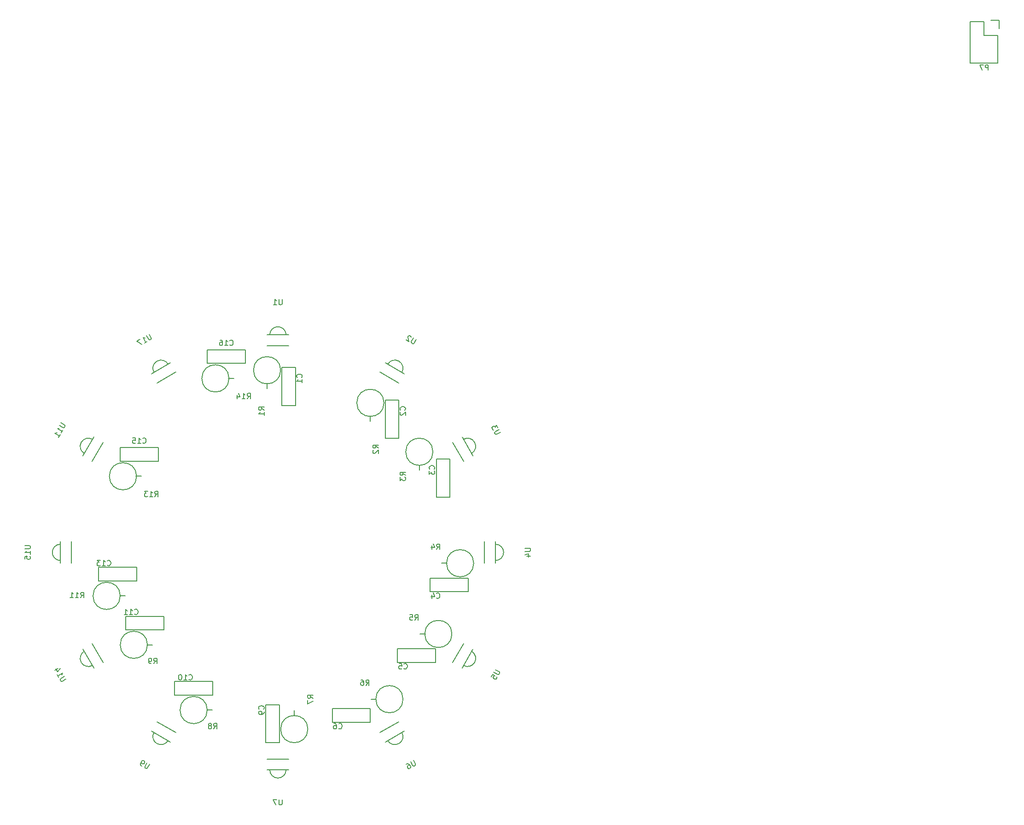
<source format=gbo>
G04 #@! TF.FileFunction,Legend,Bot*
%FSLAX46Y46*%
G04 Gerber Fmt 4.6, Leading zero omitted, Abs format (unit mm)*
G04 Created by KiCad (PCBNEW 4.0.1-stable) date 2016/11/10 21:26:33*
%MOMM*%
G01*
G04 APERTURE LIST*
%ADD10C,0.100000*%
%ADD11C,0.150000*%
%ADD12C,3.200000*%
%ADD13C,2.200000*%
%ADD14R,2.032000X1.727200*%
%ADD15O,2.032000X1.727200*%
%ADD16R,2.032000X2.032000*%
%ADD17O,2.032000X2.032000*%
%ADD18R,1.727200X1.727200*%
%ADD19O,1.727200X1.727200*%
%ADD20C,1.300000*%
%ADD21R,1.300000X1.300000*%
%ADD22R,2.000000X2.000000*%
%ADD23C,2.000000*%
%ADD24R,2.950000X2.950000*%
%ADD25C,2.950000*%
%ADD26C,1.998980*%
%ADD27C,1.510000*%
%ADD28R,1.510000X1.510000*%
%ADD29C,1.524000*%
%ADD30R,1.727200X2.032000*%
%ADD31O,1.727200X2.032000*%
%ADD32C,4.000000*%
%ADD33R,1.998980X1.998980*%
%ADD34C,1.600000*%
G04 APERTURE END LIST*
D10*
D11*
X255750000Y-193500000D02*
X255750000Y-186500000D01*
X255750000Y-186500000D02*
X253250000Y-186500000D01*
X253250000Y-186500000D02*
X253250000Y-193500000D01*
X253250000Y-193500000D02*
X255750000Y-193500000D01*
X274750000Y-199500000D02*
X274750000Y-192500000D01*
X274750000Y-192500000D02*
X272250000Y-192500000D01*
X272250000Y-192500000D02*
X272250000Y-199500000D01*
X272250000Y-199500000D02*
X274750000Y-199500000D01*
X284125000Y-210340000D02*
X284125000Y-203340000D01*
X284125000Y-203340000D02*
X281625000Y-203340000D01*
X281625000Y-203340000D02*
X281625000Y-210340000D01*
X281625000Y-210340000D02*
X284125000Y-210340000D01*
X280500000Y-227750000D02*
X287500000Y-227750000D01*
X287500000Y-227750000D02*
X287500000Y-225250000D01*
X287500000Y-225250000D02*
X280500000Y-225250000D01*
X280500000Y-225250000D02*
X280500000Y-227750000D01*
X274500000Y-240750000D02*
X281500000Y-240750000D01*
X281500000Y-240750000D02*
X281500000Y-238250000D01*
X281500000Y-238250000D02*
X274500000Y-238250000D01*
X274500000Y-238250000D02*
X274500000Y-240750000D01*
X262500000Y-251750000D02*
X269500000Y-251750000D01*
X269500000Y-251750000D02*
X269500000Y-249250000D01*
X269500000Y-249250000D02*
X262500000Y-249250000D01*
X262500000Y-249250000D02*
X262500000Y-251750000D01*
X250250000Y-248500000D02*
X250250000Y-255500000D01*
X250250000Y-255500000D02*
X252750000Y-255500000D01*
X252750000Y-255500000D02*
X252750000Y-248500000D01*
X252750000Y-248500000D02*
X250250000Y-248500000D01*
X240500000Y-244250000D02*
X233500000Y-244250000D01*
X233500000Y-244250000D02*
X233500000Y-246750000D01*
X233500000Y-246750000D02*
X240500000Y-246750000D01*
X240500000Y-246750000D02*
X240500000Y-244250000D01*
X231500000Y-232250000D02*
X224500000Y-232250000D01*
X224500000Y-232250000D02*
X224500000Y-234750000D01*
X224500000Y-234750000D02*
X231500000Y-234750000D01*
X231500000Y-234750000D02*
X231500000Y-232250000D01*
X226500000Y-223250000D02*
X219500000Y-223250000D01*
X219500000Y-223250000D02*
X219500000Y-225750000D01*
X219500000Y-225750000D02*
X226500000Y-225750000D01*
X226500000Y-225750000D02*
X226500000Y-223250000D01*
X230500000Y-201250000D02*
X223500000Y-201250000D01*
X223500000Y-201250000D02*
X223500000Y-203750000D01*
X223500000Y-203750000D02*
X230500000Y-203750000D01*
X230500000Y-203750000D02*
X230500000Y-201250000D01*
X246500000Y-183250000D02*
X239500000Y-183250000D01*
X239500000Y-183250000D02*
X239500000Y-185750000D01*
X239500000Y-185750000D02*
X246500000Y-185750000D01*
X246500000Y-185750000D02*
X246500000Y-183250000D01*
X250500000Y-189400940D02*
X250500000Y-190401700D01*
X252999360Y-187000640D02*
G75*
G03X252999360Y-187000640I-2499360J0D01*
G01*
X269500000Y-195400940D02*
X269500000Y-196401700D01*
X271999360Y-193000640D02*
G75*
G03X271999360Y-193000640I-2499360J0D01*
G01*
X278500000Y-204400940D02*
X278500000Y-205401700D01*
X280999360Y-202000640D02*
G75*
G03X280999360Y-202000640I-2499360J0D01*
G01*
X283599060Y-222500000D02*
X282598300Y-222500000D01*
X288498720Y-222500000D02*
G75*
G03X288498720Y-222500000I-2499360J0D01*
G01*
X279599060Y-235500000D02*
X278598300Y-235500000D01*
X284498720Y-235500000D02*
G75*
G03X284498720Y-235500000I-2499360J0D01*
G01*
X270599060Y-247500000D02*
X269598300Y-247500000D01*
X275498720Y-247500000D02*
G75*
G03X275498720Y-247500000I-2499360J0D01*
G01*
X255500000Y-250599060D02*
X255500000Y-249598300D01*
X257999360Y-252999360D02*
G75*
G03X257999360Y-252999360I-2499360J0D01*
G01*
X239400940Y-249500000D02*
X240401700Y-249500000D01*
X239500000Y-249500000D02*
G75*
G03X239500000Y-249500000I-2499360J0D01*
G01*
X228400940Y-237500000D02*
X229401700Y-237500000D01*
X228500000Y-237500000D02*
G75*
G03X228500000Y-237500000I-2499360J0D01*
G01*
X223400940Y-228500000D02*
X224401700Y-228500000D01*
X223500000Y-228500000D02*
G75*
G03X223500000Y-228500000I-2499360J0D01*
G01*
X226400940Y-206500000D02*
X227401700Y-206500000D01*
X226500000Y-206500000D02*
G75*
G03X226500000Y-206500000I-2499360J0D01*
G01*
X243400940Y-188500000D02*
X244401700Y-188500000D01*
X243500000Y-188500000D02*
G75*
G03X243500000Y-188500000I-2499360J0D01*
G01*
X254500000Y-182500000D02*
X250500000Y-182500000D01*
X254500000Y-180500000D02*
X250500000Y-180500000D01*
X252500000Y-179000000D02*
G75*
G02X254000000Y-180500000I0J-1500000D01*
G01*
X251000000Y-180500000D02*
G75*
G02X252500000Y-179000000I1500000J0D01*
G01*
X274732051Y-189366025D02*
X271267949Y-187366025D01*
X275732051Y-187633975D02*
X272267949Y-185633975D01*
X274750000Y-185334937D02*
G75*
G02X275299038Y-187383975I-750000J-1299038D01*
G01*
X272700961Y-185883975D02*
G75*
G02X274750000Y-185334936I1299039J-750000D01*
G01*
X286633975Y-203732051D02*
X284633975Y-200267949D01*
X288366025Y-202732051D02*
X286366025Y-199267949D01*
X288665063Y-200250000D02*
G75*
G02X288116025Y-202299038I-1299038J-750000D01*
G01*
X286616025Y-199700961D02*
G75*
G02X288665064Y-200250000I750000J-1299039D01*
G01*
X290500000Y-222500000D02*
X290500000Y-218500000D01*
X292500000Y-222500000D02*
X292500000Y-218500000D01*
X294000000Y-220500000D02*
G75*
G02X292500000Y-222000000I-1500000J0D01*
G01*
X292500000Y-219000000D02*
G75*
G02X294000000Y-220500000I0J-1500000D01*
G01*
X284633975Y-240732051D02*
X286633975Y-237267949D01*
X286366025Y-241732051D02*
X288366025Y-238267949D01*
X288665063Y-240750000D02*
G75*
G02X286616025Y-241299038I-1299038J750000D01*
G01*
X288116025Y-238700961D02*
G75*
G02X288665064Y-240750000I-750000J-1299039D01*
G01*
X271267949Y-253633975D02*
X274732051Y-251633975D01*
X272267949Y-255366025D02*
X275732051Y-253366025D01*
X274750000Y-255665063D02*
G75*
G02X272700962Y-255116025I-750000J1299038D01*
G01*
X275299039Y-253616025D02*
G75*
G02X274750000Y-255665064I-1299039J-750000D01*
G01*
X250500000Y-258500000D02*
X254500000Y-258500000D01*
X250500000Y-260500000D02*
X254500000Y-260500000D01*
X252500000Y-262000000D02*
G75*
G02X251000000Y-260500000I0J1500000D01*
G01*
X254000000Y-260500000D02*
G75*
G02X252500000Y-262000000I-1500000J0D01*
G01*
X230267949Y-251633975D02*
X233732051Y-253633975D01*
X229267949Y-253366025D02*
X232732051Y-255366025D01*
X230250000Y-255665063D02*
G75*
G02X229700962Y-253616025I750000J1299038D01*
G01*
X232299039Y-255116025D02*
G75*
G02X230250000Y-255665064I-1299039J750000D01*
G01*
X218366025Y-237267949D02*
X220366025Y-240732051D01*
X216633975Y-238267949D02*
X218633975Y-241732051D01*
X216334937Y-240750000D02*
G75*
G02X216883975Y-238700962I1299038J750000D01*
G01*
X218383975Y-241299039D02*
G75*
G02X216334936Y-240750000I-750000J1299039D01*
G01*
X214500000Y-218500000D02*
X214500000Y-222500000D01*
X212500000Y-218500000D02*
X212500000Y-222500000D01*
X211000000Y-220500000D02*
G75*
G02X212500000Y-219000000I1500000J0D01*
G01*
X212500000Y-222000000D02*
G75*
G02X211000000Y-220500000I0J1500000D01*
G01*
X220366025Y-200267949D02*
X218366025Y-203732051D01*
X218633975Y-199267949D02*
X216633975Y-202732051D01*
X216334937Y-200250000D02*
G75*
G02X218383975Y-199700962I1299038J-750000D01*
G01*
X216883975Y-202299039D02*
G75*
G02X216334936Y-200250000I750000J1299039D01*
G01*
X233732051Y-187366025D02*
X230267949Y-189366025D01*
X232732051Y-185633975D02*
X229267949Y-187633975D01*
X230250000Y-185334937D02*
G75*
G02X232299038Y-185883975I750000J-1299038D01*
G01*
X229700961Y-187383975D02*
G75*
G02X230250000Y-185334936I1299039J750000D01*
G01*
X384850000Y-125440000D02*
X384850000Y-130520000D01*
X385130000Y-122620000D02*
X383580000Y-122620000D01*
X382310000Y-122900000D02*
X382310000Y-125440000D01*
X382310000Y-125440000D02*
X384850000Y-125440000D01*
X384850000Y-130520000D02*
X379770000Y-130520000D01*
X379770000Y-130520000D02*
X379770000Y-125440000D01*
X385130000Y-122620000D02*
X385130000Y-124170000D01*
X379770000Y-122900000D02*
X382310000Y-122900000D01*
X379770000Y-125440000D02*
X379770000Y-122900000D01*
X256857143Y-188333334D02*
X256904762Y-188285715D01*
X256952381Y-188142858D01*
X256952381Y-188047620D01*
X256904762Y-187904762D01*
X256809524Y-187809524D01*
X256714286Y-187761905D01*
X256523810Y-187714286D01*
X256380952Y-187714286D01*
X256190476Y-187761905D01*
X256095238Y-187809524D01*
X256000000Y-187904762D01*
X255952381Y-188047620D01*
X255952381Y-188142858D01*
X256000000Y-188285715D01*
X256047619Y-188333334D01*
X256952381Y-189285715D02*
X256952381Y-188714286D01*
X256952381Y-189000000D02*
X255952381Y-189000000D01*
X256095238Y-188904762D01*
X256190476Y-188809524D01*
X256238095Y-188714286D01*
X275857143Y-194333334D02*
X275904762Y-194285715D01*
X275952381Y-194142858D01*
X275952381Y-194047620D01*
X275904762Y-193904762D01*
X275809524Y-193809524D01*
X275714286Y-193761905D01*
X275523810Y-193714286D01*
X275380952Y-193714286D01*
X275190476Y-193761905D01*
X275095238Y-193809524D01*
X275000000Y-193904762D01*
X274952381Y-194047620D01*
X274952381Y-194142858D01*
X275000000Y-194285715D01*
X275047619Y-194333334D01*
X275047619Y-194714286D02*
X275000000Y-194761905D01*
X274952381Y-194857143D01*
X274952381Y-195095239D01*
X275000000Y-195190477D01*
X275047619Y-195238096D01*
X275142857Y-195285715D01*
X275238095Y-195285715D01*
X275380952Y-195238096D01*
X275952381Y-194666667D01*
X275952381Y-195285715D01*
X281232143Y-205173334D02*
X281279762Y-205125715D01*
X281327381Y-204982858D01*
X281327381Y-204887620D01*
X281279762Y-204744762D01*
X281184524Y-204649524D01*
X281089286Y-204601905D01*
X280898810Y-204554286D01*
X280755952Y-204554286D01*
X280565476Y-204601905D01*
X280470238Y-204649524D01*
X280375000Y-204744762D01*
X280327381Y-204887620D01*
X280327381Y-204982858D01*
X280375000Y-205125715D01*
X280422619Y-205173334D01*
X280327381Y-205506667D02*
X280327381Y-206125715D01*
X280708333Y-205792381D01*
X280708333Y-205935239D01*
X280755952Y-206030477D01*
X280803571Y-206078096D01*
X280898810Y-206125715D01*
X281136905Y-206125715D01*
X281232143Y-206078096D01*
X281279762Y-206030477D01*
X281327381Y-205935239D01*
X281327381Y-205649524D01*
X281279762Y-205554286D01*
X281232143Y-205506667D01*
X281666666Y-228857143D02*
X281714285Y-228904762D01*
X281857142Y-228952381D01*
X281952380Y-228952381D01*
X282095238Y-228904762D01*
X282190476Y-228809524D01*
X282238095Y-228714286D01*
X282285714Y-228523810D01*
X282285714Y-228380952D01*
X282238095Y-228190476D01*
X282190476Y-228095238D01*
X282095238Y-228000000D01*
X281952380Y-227952381D01*
X281857142Y-227952381D01*
X281714285Y-228000000D01*
X281666666Y-228047619D01*
X280809523Y-228285714D02*
X280809523Y-228952381D01*
X281047619Y-227904762D02*
X281285714Y-228619048D01*
X280666666Y-228619048D01*
X275666666Y-241857143D02*
X275714285Y-241904762D01*
X275857142Y-241952381D01*
X275952380Y-241952381D01*
X276095238Y-241904762D01*
X276190476Y-241809524D01*
X276238095Y-241714286D01*
X276285714Y-241523810D01*
X276285714Y-241380952D01*
X276238095Y-241190476D01*
X276190476Y-241095238D01*
X276095238Y-241000000D01*
X275952380Y-240952381D01*
X275857142Y-240952381D01*
X275714285Y-241000000D01*
X275666666Y-241047619D01*
X274761904Y-240952381D02*
X275238095Y-240952381D01*
X275285714Y-241428571D01*
X275238095Y-241380952D01*
X275142857Y-241333333D01*
X274904761Y-241333333D01*
X274809523Y-241380952D01*
X274761904Y-241428571D01*
X274714285Y-241523810D01*
X274714285Y-241761905D01*
X274761904Y-241857143D01*
X274809523Y-241904762D01*
X274904761Y-241952381D01*
X275142857Y-241952381D01*
X275238095Y-241904762D01*
X275285714Y-241857143D01*
X263666666Y-252857143D02*
X263714285Y-252904762D01*
X263857142Y-252952381D01*
X263952380Y-252952381D01*
X264095238Y-252904762D01*
X264190476Y-252809524D01*
X264238095Y-252714286D01*
X264285714Y-252523810D01*
X264285714Y-252380952D01*
X264238095Y-252190476D01*
X264190476Y-252095238D01*
X264095238Y-252000000D01*
X263952380Y-251952381D01*
X263857142Y-251952381D01*
X263714285Y-252000000D01*
X263666666Y-252047619D01*
X262809523Y-251952381D02*
X263000000Y-251952381D01*
X263095238Y-252000000D01*
X263142857Y-252047619D01*
X263238095Y-252190476D01*
X263285714Y-252380952D01*
X263285714Y-252761905D01*
X263238095Y-252857143D01*
X263190476Y-252904762D01*
X263095238Y-252952381D01*
X262904761Y-252952381D01*
X262809523Y-252904762D01*
X262761904Y-252857143D01*
X262714285Y-252761905D01*
X262714285Y-252523810D01*
X262761904Y-252428571D01*
X262809523Y-252380952D01*
X262904761Y-252333333D01*
X263095238Y-252333333D01*
X263190476Y-252380952D01*
X263238095Y-252428571D01*
X263285714Y-252523810D01*
X249857143Y-249333334D02*
X249904762Y-249285715D01*
X249952381Y-249142858D01*
X249952381Y-249047620D01*
X249904762Y-248904762D01*
X249809524Y-248809524D01*
X249714286Y-248761905D01*
X249523810Y-248714286D01*
X249380952Y-248714286D01*
X249190476Y-248761905D01*
X249095238Y-248809524D01*
X249000000Y-248904762D01*
X248952381Y-249047620D01*
X248952381Y-249142858D01*
X249000000Y-249285715D01*
X249047619Y-249333334D01*
X249952381Y-249809524D02*
X249952381Y-250000000D01*
X249904762Y-250095239D01*
X249857143Y-250142858D01*
X249714286Y-250238096D01*
X249523810Y-250285715D01*
X249142857Y-250285715D01*
X249047619Y-250238096D01*
X249000000Y-250190477D01*
X248952381Y-250095239D01*
X248952381Y-249904762D01*
X249000000Y-249809524D01*
X249047619Y-249761905D01*
X249142857Y-249714286D01*
X249380952Y-249714286D01*
X249476190Y-249761905D01*
X249523810Y-249809524D01*
X249571429Y-249904762D01*
X249571429Y-250095239D01*
X249523810Y-250190477D01*
X249476190Y-250238096D01*
X249380952Y-250285715D01*
X236142857Y-243857143D02*
X236190476Y-243904762D01*
X236333333Y-243952381D01*
X236428571Y-243952381D01*
X236571429Y-243904762D01*
X236666667Y-243809524D01*
X236714286Y-243714286D01*
X236761905Y-243523810D01*
X236761905Y-243380952D01*
X236714286Y-243190476D01*
X236666667Y-243095238D01*
X236571429Y-243000000D01*
X236428571Y-242952381D01*
X236333333Y-242952381D01*
X236190476Y-243000000D01*
X236142857Y-243047619D01*
X235190476Y-243952381D02*
X235761905Y-243952381D01*
X235476191Y-243952381D02*
X235476191Y-242952381D01*
X235571429Y-243095238D01*
X235666667Y-243190476D01*
X235761905Y-243238095D01*
X234571429Y-242952381D02*
X234476190Y-242952381D01*
X234380952Y-243000000D01*
X234333333Y-243047619D01*
X234285714Y-243142857D01*
X234238095Y-243333333D01*
X234238095Y-243571429D01*
X234285714Y-243761905D01*
X234333333Y-243857143D01*
X234380952Y-243904762D01*
X234476190Y-243952381D01*
X234571429Y-243952381D01*
X234666667Y-243904762D01*
X234714286Y-243857143D01*
X234761905Y-243761905D01*
X234809524Y-243571429D01*
X234809524Y-243333333D01*
X234761905Y-243142857D01*
X234714286Y-243047619D01*
X234666667Y-243000000D01*
X234571429Y-242952381D01*
X226142857Y-231857143D02*
X226190476Y-231904762D01*
X226333333Y-231952381D01*
X226428571Y-231952381D01*
X226571429Y-231904762D01*
X226666667Y-231809524D01*
X226714286Y-231714286D01*
X226761905Y-231523810D01*
X226761905Y-231380952D01*
X226714286Y-231190476D01*
X226666667Y-231095238D01*
X226571429Y-231000000D01*
X226428571Y-230952381D01*
X226333333Y-230952381D01*
X226190476Y-231000000D01*
X226142857Y-231047619D01*
X225190476Y-231952381D02*
X225761905Y-231952381D01*
X225476191Y-231952381D02*
X225476191Y-230952381D01*
X225571429Y-231095238D01*
X225666667Y-231190476D01*
X225761905Y-231238095D01*
X224238095Y-231952381D02*
X224809524Y-231952381D01*
X224523810Y-231952381D02*
X224523810Y-230952381D01*
X224619048Y-231095238D01*
X224714286Y-231190476D01*
X224809524Y-231238095D01*
X221142857Y-222857143D02*
X221190476Y-222904762D01*
X221333333Y-222952381D01*
X221428571Y-222952381D01*
X221571429Y-222904762D01*
X221666667Y-222809524D01*
X221714286Y-222714286D01*
X221761905Y-222523810D01*
X221761905Y-222380952D01*
X221714286Y-222190476D01*
X221666667Y-222095238D01*
X221571429Y-222000000D01*
X221428571Y-221952381D01*
X221333333Y-221952381D01*
X221190476Y-222000000D01*
X221142857Y-222047619D01*
X220190476Y-222952381D02*
X220761905Y-222952381D01*
X220476191Y-222952381D02*
X220476191Y-221952381D01*
X220571429Y-222095238D01*
X220666667Y-222190476D01*
X220761905Y-222238095D01*
X219857143Y-221952381D02*
X219238095Y-221952381D01*
X219571429Y-222333333D01*
X219428571Y-222333333D01*
X219333333Y-222380952D01*
X219285714Y-222428571D01*
X219238095Y-222523810D01*
X219238095Y-222761905D01*
X219285714Y-222857143D01*
X219333333Y-222904762D01*
X219428571Y-222952381D01*
X219714286Y-222952381D01*
X219809524Y-222904762D01*
X219857143Y-222857143D01*
X227642857Y-200357143D02*
X227690476Y-200404762D01*
X227833333Y-200452381D01*
X227928571Y-200452381D01*
X228071429Y-200404762D01*
X228166667Y-200309524D01*
X228214286Y-200214286D01*
X228261905Y-200023810D01*
X228261905Y-199880952D01*
X228214286Y-199690476D01*
X228166667Y-199595238D01*
X228071429Y-199500000D01*
X227928571Y-199452381D01*
X227833333Y-199452381D01*
X227690476Y-199500000D01*
X227642857Y-199547619D01*
X226690476Y-200452381D02*
X227261905Y-200452381D01*
X226976191Y-200452381D02*
X226976191Y-199452381D01*
X227071429Y-199595238D01*
X227166667Y-199690476D01*
X227261905Y-199738095D01*
X225785714Y-199452381D02*
X226261905Y-199452381D01*
X226309524Y-199928571D01*
X226261905Y-199880952D01*
X226166667Y-199833333D01*
X225928571Y-199833333D01*
X225833333Y-199880952D01*
X225785714Y-199928571D01*
X225738095Y-200023810D01*
X225738095Y-200261905D01*
X225785714Y-200357143D01*
X225833333Y-200404762D01*
X225928571Y-200452381D01*
X226166667Y-200452381D01*
X226261905Y-200404762D01*
X226309524Y-200357143D01*
X243642857Y-182357143D02*
X243690476Y-182404762D01*
X243833333Y-182452381D01*
X243928571Y-182452381D01*
X244071429Y-182404762D01*
X244166667Y-182309524D01*
X244214286Y-182214286D01*
X244261905Y-182023810D01*
X244261905Y-181880952D01*
X244214286Y-181690476D01*
X244166667Y-181595238D01*
X244071429Y-181500000D01*
X243928571Y-181452381D01*
X243833333Y-181452381D01*
X243690476Y-181500000D01*
X243642857Y-181547619D01*
X242690476Y-182452381D02*
X243261905Y-182452381D01*
X242976191Y-182452381D02*
X242976191Y-181452381D01*
X243071429Y-181595238D01*
X243166667Y-181690476D01*
X243261905Y-181738095D01*
X241833333Y-181452381D02*
X242023810Y-181452381D01*
X242119048Y-181500000D01*
X242166667Y-181547619D01*
X242261905Y-181690476D01*
X242309524Y-181880952D01*
X242309524Y-182261905D01*
X242261905Y-182357143D01*
X242214286Y-182404762D01*
X242119048Y-182452381D01*
X241928571Y-182452381D01*
X241833333Y-182404762D01*
X241785714Y-182357143D01*
X241738095Y-182261905D01*
X241738095Y-182023810D01*
X241785714Y-181928571D01*
X241833333Y-181880952D01*
X241928571Y-181833333D01*
X242119048Y-181833333D01*
X242214286Y-181880952D01*
X242261905Y-181928571D01*
X242309524Y-182023810D01*
X249952381Y-194333334D02*
X249476190Y-194000000D01*
X249952381Y-193761905D02*
X248952381Y-193761905D01*
X248952381Y-194142858D01*
X249000000Y-194238096D01*
X249047619Y-194285715D01*
X249142857Y-194333334D01*
X249285714Y-194333334D01*
X249380952Y-194285715D01*
X249428571Y-194238096D01*
X249476190Y-194142858D01*
X249476190Y-193761905D01*
X249952381Y-195285715D02*
X249952381Y-194714286D01*
X249952381Y-195000000D02*
X248952381Y-195000000D01*
X249095238Y-194904762D01*
X249190476Y-194809524D01*
X249238095Y-194714286D01*
X270952381Y-201333334D02*
X270476190Y-201000000D01*
X270952381Y-200761905D02*
X269952381Y-200761905D01*
X269952381Y-201142858D01*
X270000000Y-201238096D01*
X270047619Y-201285715D01*
X270142857Y-201333334D01*
X270285714Y-201333334D01*
X270380952Y-201285715D01*
X270428571Y-201238096D01*
X270476190Y-201142858D01*
X270476190Y-200761905D01*
X270047619Y-201714286D02*
X270000000Y-201761905D01*
X269952381Y-201857143D01*
X269952381Y-202095239D01*
X270000000Y-202190477D01*
X270047619Y-202238096D01*
X270142857Y-202285715D01*
X270238095Y-202285715D01*
X270380952Y-202238096D01*
X270952381Y-201666667D01*
X270952381Y-202285715D01*
X275952381Y-206333334D02*
X275476190Y-206000000D01*
X275952381Y-205761905D02*
X274952381Y-205761905D01*
X274952381Y-206142858D01*
X275000000Y-206238096D01*
X275047619Y-206285715D01*
X275142857Y-206333334D01*
X275285714Y-206333334D01*
X275380952Y-206285715D01*
X275428571Y-206238096D01*
X275476190Y-206142858D01*
X275476190Y-205761905D01*
X274952381Y-206666667D02*
X274952381Y-207285715D01*
X275333333Y-206952381D01*
X275333333Y-207095239D01*
X275380952Y-207190477D01*
X275428571Y-207238096D01*
X275523810Y-207285715D01*
X275761905Y-207285715D01*
X275857143Y-207238096D01*
X275904762Y-207190477D01*
X275952381Y-207095239D01*
X275952381Y-206809524D01*
X275904762Y-206714286D01*
X275857143Y-206666667D01*
X281666666Y-219952381D02*
X282000000Y-219476190D01*
X282238095Y-219952381D02*
X282238095Y-218952381D01*
X281857142Y-218952381D01*
X281761904Y-219000000D01*
X281714285Y-219047619D01*
X281666666Y-219142857D01*
X281666666Y-219285714D01*
X281714285Y-219380952D01*
X281761904Y-219428571D01*
X281857142Y-219476190D01*
X282238095Y-219476190D01*
X280809523Y-219285714D02*
X280809523Y-219952381D01*
X281047619Y-218904762D02*
X281285714Y-219619048D01*
X280666666Y-219619048D01*
X277666666Y-232952381D02*
X278000000Y-232476190D01*
X278238095Y-232952381D02*
X278238095Y-231952381D01*
X277857142Y-231952381D01*
X277761904Y-232000000D01*
X277714285Y-232047619D01*
X277666666Y-232142857D01*
X277666666Y-232285714D01*
X277714285Y-232380952D01*
X277761904Y-232428571D01*
X277857142Y-232476190D01*
X278238095Y-232476190D01*
X276761904Y-231952381D02*
X277238095Y-231952381D01*
X277285714Y-232428571D01*
X277238095Y-232380952D01*
X277142857Y-232333333D01*
X276904761Y-232333333D01*
X276809523Y-232380952D01*
X276761904Y-232428571D01*
X276714285Y-232523810D01*
X276714285Y-232761905D01*
X276761904Y-232857143D01*
X276809523Y-232904762D01*
X276904761Y-232952381D01*
X277142857Y-232952381D01*
X277238095Y-232904762D01*
X277285714Y-232857143D01*
X268666666Y-244952381D02*
X269000000Y-244476190D01*
X269238095Y-244952381D02*
X269238095Y-243952381D01*
X268857142Y-243952381D01*
X268761904Y-244000000D01*
X268714285Y-244047619D01*
X268666666Y-244142857D01*
X268666666Y-244285714D01*
X268714285Y-244380952D01*
X268761904Y-244428571D01*
X268857142Y-244476190D01*
X269238095Y-244476190D01*
X267809523Y-243952381D02*
X268000000Y-243952381D01*
X268095238Y-244000000D01*
X268142857Y-244047619D01*
X268238095Y-244190476D01*
X268285714Y-244380952D01*
X268285714Y-244761905D01*
X268238095Y-244857143D01*
X268190476Y-244904762D01*
X268095238Y-244952381D01*
X267904761Y-244952381D01*
X267809523Y-244904762D01*
X267761904Y-244857143D01*
X267714285Y-244761905D01*
X267714285Y-244523810D01*
X267761904Y-244428571D01*
X267809523Y-244380952D01*
X267904761Y-244333333D01*
X268095238Y-244333333D01*
X268190476Y-244380952D01*
X268238095Y-244428571D01*
X268285714Y-244523810D01*
X258952381Y-247333334D02*
X258476190Y-247000000D01*
X258952381Y-246761905D02*
X257952381Y-246761905D01*
X257952381Y-247142858D01*
X258000000Y-247238096D01*
X258047619Y-247285715D01*
X258142857Y-247333334D01*
X258285714Y-247333334D01*
X258380952Y-247285715D01*
X258428571Y-247238096D01*
X258476190Y-247142858D01*
X258476190Y-246761905D01*
X257952381Y-247666667D02*
X257952381Y-248333334D01*
X258952381Y-247904762D01*
X240666666Y-252952381D02*
X241000000Y-252476190D01*
X241238095Y-252952381D02*
X241238095Y-251952381D01*
X240857142Y-251952381D01*
X240761904Y-252000000D01*
X240714285Y-252047619D01*
X240666666Y-252142857D01*
X240666666Y-252285714D01*
X240714285Y-252380952D01*
X240761904Y-252428571D01*
X240857142Y-252476190D01*
X241238095Y-252476190D01*
X240095238Y-252380952D02*
X240190476Y-252333333D01*
X240238095Y-252285714D01*
X240285714Y-252190476D01*
X240285714Y-252142857D01*
X240238095Y-252047619D01*
X240190476Y-252000000D01*
X240095238Y-251952381D01*
X239904761Y-251952381D01*
X239809523Y-252000000D01*
X239761904Y-252047619D01*
X239714285Y-252142857D01*
X239714285Y-252190476D01*
X239761904Y-252285714D01*
X239809523Y-252333333D01*
X239904761Y-252380952D01*
X240095238Y-252380952D01*
X240190476Y-252428571D01*
X240238095Y-252476190D01*
X240285714Y-252571429D01*
X240285714Y-252761905D01*
X240238095Y-252857143D01*
X240190476Y-252904762D01*
X240095238Y-252952381D01*
X239904761Y-252952381D01*
X239809523Y-252904762D01*
X239761904Y-252857143D01*
X239714285Y-252761905D01*
X239714285Y-252571429D01*
X239761904Y-252476190D01*
X239809523Y-252428571D01*
X239904761Y-252380952D01*
X229666666Y-240952381D02*
X230000000Y-240476190D01*
X230238095Y-240952381D02*
X230238095Y-239952381D01*
X229857142Y-239952381D01*
X229761904Y-240000000D01*
X229714285Y-240047619D01*
X229666666Y-240142857D01*
X229666666Y-240285714D01*
X229714285Y-240380952D01*
X229761904Y-240428571D01*
X229857142Y-240476190D01*
X230238095Y-240476190D01*
X229190476Y-240952381D02*
X229000000Y-240952381D01*
X228904761Y-240904762D01*
X228857142Y-240857143D01*
X228761904Y-240714286D01*
X228714285Y-240523810D01*
X228714285Y-240142857D01*
X228761904Y-240047619D01*
X228809523Y-240000000D01*
X228904761Y-239952381D01*
X229095238Y-239952381D01*
X229190476Y-240000000D01*
X229238095Y-240047619D01*
X229285714Y-240142857D01*
X229285714Y-240380952D01*
X229238095Y-240476190D01*
X229190476Y-240523810D01*
X229095238Y-240571429D01*
X228904761Y-240571429D01*
X228809523Y-240523810D01*
X228761904Y-240476190D01*
X228714285Y-240380952D01*
X216207857Y-228842381D02*
X216541191Y-228366190D01*
X216779286Y-228842381D02*
X216779286Y-227842381D01*
X216398333Y-227842381D01*
X216303095Y-227890000D01*
X216255476Y-227937619D01*
X216207857Y-228032857D01*
X216207857Y-228175714D01*
X216255476Y-228270952D01*
X216303095Y-228318571D01*
X216398333Y-228366190D01*
X216779286Y-228366190D01*
X215255476Y-228842381D02*
X215826905Y-228842381D01*
X215541191Y-228842381D02*
X215541191Y-227842381D01*
X215636429Y-227985238D01*
X215731667Y-228080476D01*
X215826905Y-228128095D01*
X214303095Y-228842381D02*
X214874524Y-228842381D01*
X214588810Y-228842381D02*
X214588810Y-227842381D01*
X214684048Y-227985238D01*
X214779286Y-228080476D01*
X214874524Y-228128095D01*
X229842877Y-210251841D02*
X230176211Y-209775650D01*
X230414306Y-210251841D02*
X230414306Y-209251841D01*
X230033353Y-209251841D01*
X229938115Y-209299460D01*
X229890496Y-209347079D01*
X229842877Y-209442317D01*
X229842877Y-209585174D01*
X229890496Y-209680412D01*
X229938115Y-209728031D01*
X230033353Y-209775650D01*
X230414306Y-209775650D01*
X228890496Y-210251841D02*
X229461925Y-210251841D01*
X229176211Y-210251841D02*
X229176211Y-209251841D01*
X229271449Y-209394698D01*
X229366687Y-209489936D01*
X229461925Y-209537555D01*
X228557163Y-209251841D02*
X227938115Y-209251841D01*
X228271449Y-209632793D01*
X228128591Y-209632793D01*
X228033353Y-209680412D01*
X227985734Y-209728031D01*
X227938115Y-209823270D01*
X227938115Y-210061365D01*
X227985734Y-210156603D01*
X228033353Y-210204222D01*
X228128591Y-210251841D01*
X228414306Y-210251841D01*
X228509544Y-210204222D01*
X228557163Y-210156603D01*
X246842877Y-192251841D02*
X247176211Y-191775650D01*
X247414306Y-192251841D02*
X247414306Y-191251841D01*
X247033353Y-191251841D01*
X246938115Y-191299460D01*
X246890496Y-191347079D01*
X246842877Y-191442317D01*
X246842877Y-191585174D01*
X246890496Y-191680412D01*
X246938115Y-191728031D01*
X247033353Y-191775650D01*
X247414306Y-191775650D01*
X245890496Y-192251841D02*
X246461925Y-192251841D01*
X246176211Y-192251841D02*
X246176211Y-191251841D01*
X246271449Y-191394698D01*
X246366687Y-191489936D01*
X246461925Y-191537555D01*
X245033353Y-191585174D02*
X245033353Y-192251841D01*
X245271449Y-191204222D02*
X245509544Y-191918508D01*
X244890496Y-191918508D01*
X253261905Y-173952381D02*
X253261905Y-174761905D01*
X253214286Y-174857143D01*
X253166667Y-174904762D01*
X253071429Y-174952381D01*
X252880952Y-174952381D01*
X252785714Y-174904762D01*
X252738095Y-174857143D01*
X252690476Y-174761905D01*
X252690476Y-173952381D01*
X251690476Y-174952381D02*
X252261905Y-174952381D01*
X251976191Y-174952381D02*
X251976191Y-173952381D01*
X252071429Y-174095238D01*
X252166667Y-174190476D01*
X252261905Y-174238095D01*
X277933639Y-181344523D02*
X277528877Y-182045591D01*
X277440018Y-182104260D01*
X277374970Y-182121690D01*
X277268682Y-182115310D01*
X277103724Y-182020071D01*
X277045055Y-181931213D01*
X277027625Y-181866164D01*
X277034005Y-181759876D01*
X277438767Y-181058808D01*
X277019994Y-180927001D02*
X277002564Y-180861952D01*
X276943895Y-180773094D01*
X276737698Y-180654046D01*
X276631410Y-180647666D01*
X276566361Y-180665096D01*
X276477503Y-180723765D01*
X276429884Y-180806244D01*
X276399695Y-180953771D01*
X276608852Y-181734357D01*
X276072741Y-181424833D01*
X293417382Y-198386020D02*
X292716314Y-198790782D01*
X292610026Y-198797161D01*
X292544977Y-198779732D01*
X292456119Y-198721063D01*
X292360881Y-198556105D01*
X292354501Y-198449817D01*
X292371931Y-198384768D01*
X292430600Y-198295910D01*
X293131668Y-197891148D01*
X292941192Y-197561233D02*
X292631668Y-197025122D01*
X292468421Y-197504274D01*
X292396992Y-197380555D01*
X292308134Y-197321886D01*
X292243085Y-197304456D01*
X292136796Y-197310837D01*
X291930600Y-197429884D01*
X291871931Y-197518742D01*
X291854501Y-197583791D01*
X291860881Y-197690079D01*
X292003738Y-197937516D01*
X292092596Y-197996185D01*
X292157645Y-198013614D01*
X297952381Y-219738095D02*
X298761905Y-219738095D01*
X298857143Y-219785714D01*
X298904762Y-219833333D01*
X298952381Y-219928571D01*
X298952381Y-220119048D01*
X298904762Y-220214286D01*
X298857143Y-220261905D01*
X298761905Y-220309524D01*
X297952381Y-220309524D01*
X298285714Y-221214286D02*
X298952381Y-221214286D01*
X297904762Y-220976190D02*
X298619048Y-220738095D01*
X298619048Y-221357143D01*
X292468879Y-242066361D02*
X293169947Y-242471123D01*
X293228616Y-242559982D01*
X293246046Y-242625030D01*
X293239666Y-242731318D01*
X293144427Y-242896276D01*
X293055569Y-242954945D01*
X292990520Y-242972375D01*
X292884232Y-242965995D01*
X292183164Y-242561233D01*
X291706974Y-243386020D02*
X291945069Y-242973626D01*
X292381271Y-243170482D01*
X292316222Y-243187912D01*
X292227364Y-243246581D01*
X292108316Y-243452778D01*
X292101936Y-243559066D01*
X292119366Y-243624115D01*
X292178036Y-243712973D01*
X292384232Y-243832021D01*
X292490520Y-243838401D01*
X292555569Y-243820971D01*
X292644427Y-243762302D01*
X292763475Y-243556105D01*
X292769855Y-243449817D01*
X292752425Y-243384768D01*
X277386020Y-258706974D02*
X277790782Y-259408042D01*
X277797161Y-259514330D01*
X277779732Y-259579379D01*
X277721063Y-259668237D01*
X277556105Y-259763475D01*
X277449817Y-259769855D01*
X277384768Y-259752425D01*
X277295910Y-259693756D01*
X276891148Y-258992688D01*
X276107601Y-259445069D02*
X276272559Y-259349831D01*
X276378847Y-259343451D01*
X276443895Y-259360881D01*
X276597802Y-259436979D01*
X276734280Y-259578127D01*
X276924756Y-259908042D01*
X276931136Y-260014330D01*
X276913706Y-260079379D01*
X276855037Y-260168237D01*
X276690079Y-260263475D01*
X276583791Y-260269855D01*
X276518742Y-260252425D01*
X276429884Y-260193756D01*
X276310837Y-259987560D01*
X276304456Y-259881271D01*
X276321886Y-259816222D01*
X276380555Y-259727364D01*
X276545513Y-259632126D01*
X276651801Y-259625746D01*
X276716850Y-259643176D01*
X276805709Y-259701846D01*
X253261905Y-265952381D02*
X253261905Y-266761905D01*
X253214286Y-266857143D01*
X253166667Y-266904762D01*
X253071429Y-266952381D01*
X252880952Y-266952381D01*
X252785714Y-266904762D01*
X252738095Y-266857143D01*
X252690476Y-266761905D01*
X252690476Y-265952381D01*
X252309524Y-265952381D02*
X251642857Y-265952381D01*
X252071429Y-266952381D01*
X228933639Y-259468879D02*
X228528877Y-260169947D01*
X228440018Y-260228616D01*
X228374970Y-260246046D01*
X228268682Y-260239666D01*
X228103724Y-260144427D01*
X228045055Y-260055569D01*
X228027625Y-259990520D01*
X228034005Y-259884232D01*
X228438767Y-259183164D01*
X227485135Y-259787285D02*
X227320178Y-259692047D01*
X227261508Y-259603188D01*
X227244078Y-259538139D01*
X227233028Y-259366803D01*
X227287027Y-259178036D01*
X227477503Y-258848121D01*
X227566361Y-258789452D01*
X227631410Y-258772022D01*
X227737698Y-258778402D01*
X227902656Y-258873641D01*
X227961325Y-258962499D01*
X227978755Y-259027548D01*
X227972375Y-259133836D01*
X227853328Y-259340032D01*
X227764469Y-259398701D01*
X227699420Y-259416132D01*
X227593132Y-259409752D01*
X227428174Y-259314513D01*
X227369505Y-259225655D01*
X227352076Y-259160605D01*
X227358456Y-259054317D01*
X213531121Y-243798412D02*
X212830053Y-244203174D01*
X212723765Y-244209554D01*
X212658716Y-244192124D01*
X212569858Y-244133455D01*
X212474620Y-243968497D01*
X212468240Y-243862209D01*
X212485670Y-243797160D01*
X212544339Y-243708302D01*
X213245407Y-243303540D01*
X211879382Y-242937515D02*
X212165096Y-243432387D01*
X212022239Y-243184951D02*
X212888264Y-242684951D01*
X212812166Y-242838858D01*
X212777306Y-242968956D01*
X212783686Y-243075244D01*
X212028161Y-241861874D02*
X211450810Y-242195207D01*
X212477123Y-241877595D02*
X211977580Y-242440934D01*
X211668056Y-241904823D01*
X205952381Y-219261905D02*
X206761905Y-219261905D01*
X206857143Y-219309524D01*
X206904762Y-219357143D01*
X206952381Y-219452381D01*
X206952381Y-219642858D01*
X206904762Y-219738096D01*
X206857143Y-219785715D01*
X206761905Y-219833334D01*
X205952381Y-219833334D01*
X206952381Y-220833334D02*
X206952381Y-220261905D01*
X206952381Y-220547619D02*
X205952381Y-220547619D01*
X206095238Y-220452381D01*
X206190476Y-220357143D01*
X206238095Y-220261905D01*
X205952381Y-221738096D02*
X205952381Y-221261905D01*
X206428571Y-221214286D01*
X206380952Y-221261905D01*
X206333333Y-221357143D01*
X206333333Y-221595239D01*
X206380952Y-221690477D01*
X206428571Y-221738096D01*
X206523810Y-221785715D01*
X206761905Y-221785715D01*
X206857143Y-221738096D01*
X206904762Y-221690477D01*
X206952381Y-221595239D01*
X206952381Y-221357143D01*
X206904762Y-221261905D01*
X206857143Y-221214286D01*
X212582618Y-196653969D02*
X213283686Y-197058731D01*
X213342355Y-197147589D01*
X213359785Y-197212638D01*
X213353405Y-197318926D01*
X213258166Y-197483884D01*
X213169308Y-197542553D01*
X213104259Y-197559983D01*
X212997971Y-197553603D01*
X212296903Y-197148841D01*
X212662928Y-198514866D02*
X212948643Y-198019994D01*
X212805786Y-198267430D02*
X211939761Y-197767430D01*
X212111097Y-197756380D01*
X212241195Y-197721520D01*
X212330053Y-197662851D01*
X212186738Y-199339652D02*
X212472452Y-198844780D01*
X212329595Y-199092216D02*
X211463570Y-198592216D01*
X211634907Y-198581166D01*
X211765004Y-198546306D01*
X211853863Y-198487637D01*
X228798412Y-180344523D02*
X229203174Y-181045591D01*
X229209554Y-181151879D01*
X229192124Y-181216928D01*
X229133455Y-181305786D01*
X228968497Y-181401024D01*
X228862209Y-181407404D01*
X228797160Y-181389974D01*
X228708302Y-181331305D01*
X228303540Y-180630237D01*
X227937515Y-181996262D02*
X228432387Y-181710548D01*
X228184951Y-181853405D02*
X227684951Y-180987380D01*
X227838858Y-181063478D01*
X227968956Y-181098338D01*
X228075244Y-181091958D01*
X227148840Y-181296904D02*
X226571489Y-181630237D01*
X227442644Y-182281976D01*
X383118095Y-131822381D02*
X383118095Y-130822381D01*
X382737142Y-130822381D01*
X382641904Y-130870000D01*
X382594285Y-130917619D01*
X382546666Y-131012857D01*
X382546666Y-131155714D01*
X382594285Y-131250952D01*
X382641904Y-131298571D01*
X382737142Y-131346190D01*
X383118095Y-131346190D01*
X382213333Y-130822381D02*
X381546666Y-130822381D01*
X381975238Y-131822381D01*
%LPC*%
D12*
X396770000Y-293900000D03*
D13*
X433270000Y-322400000D03*
D14*
X404270000Y-299400000D03*
D15*
X404270000Y-301940000D03*
X404270000Y-304480000D03*
X404270000Y-307020000D03*
X404270000Y-309560000D03*
X404270000Y-312100000D03*
X404270000Y-314640000D03*
D16*
X398470000Y-321300000D03*
D17*
X395930000Y-321300000D03*
D18*
X395770000Y-304400000D03*
D19*
X398310000Y-304400000D03*
X395770000Y-306940000D03*
X398310000Y-306940000D03*
X395770000Y-309480000D03*
X398310000Y-309480000D03*
X395770000Y-312020000D03*
X398310000Y-312020000D03*
X395770000Y-314560000D03*
X398310000Y-314560000D03*
D13*
X407270000Y-322400000D03*
D12*
X436770000Y-293900000D03*
X273450000Y-230550000D03*
X233450000Y-230550000D03*
X184450000Y-145550000D03*
X152450000Y-205050000D03*
X152450000Y-238050000D03*
X184450000Y-297550000D03*
X252450000Y-321550000D03*
X320450000Y-297550000D03*
X352450000Y-237980000D03*
X352480000Y-205010000D03*
D14*
X169210000Y-225850000D03*
D15*
X169210000Y-223310000D03*
X169210000Y-220770000D03*
X169210000Y-218230000D03*
D20*
X314500000Y-189000000D03*
D21*
X314500000Y-191500000D03*
X254500000Y-192500000D03*
D20*
X254500000Y-187500000D03*
D21*
X273500000Y-198500000D03*
D20*
X273500000Y-193500000D03*
D21*
X282875000Y-209340000D03*
D20*
X282875000Y-204340000D03*
D21*
X281500000Y-226500000D03*
D20*
X286500000Y-226500000D03*
D21*
X275500000Y-239500000D03*
D20*
X280500000Y-239500000D03*
D21*
X263500000Y-250500000D03*
D20*
X268500000Y-250500000D03*
D21*
X315500000Y-198500000D03*
D20*
X317500000Y-198500000D03*
D21*
X251500000Y-249500000D03*
D20*
X251500000Y-254500000D03*
D21*
X239500000Y-245500000D03*
D20*
X234500000Y-245500000D03*
D21*
X230500000Y-233500000D03*
D20*
X225500000Y-233500000D03*
D21*
X326500000Y-198500000D03*
D20*
X321500000Y-198500000D03*
D21*
X225500000Y-224500000D03*
D20*
X220500000Y-224500000D03*
D21*
X323500000Y-189500000D03*
D20*
X321500000Y-189500000D03*
D21*
X229500000Y-202500000D03*
D20*
X224500000Y-202500000D03*
D21*
X245500000Y-184500000D03*
D20*
X240500000Y-184500000D03*
D22*
X257500000Y-295500000D03*
D23*
X260040000Y-295500000D03*
D24*
X305500000Y-192480000D03*
D25*
X305500000Y-188520000D03*
D18*
X272000000Y-269000000D03*
D19*
X274540000Y-269000000D03*
X272000000Y-271540000D03*
X274540000Y-271540000D03*
X272000000Y-274080000D03*
X274540000Y-274080000D03*
X272000000Y-276620000D03*
X274540000Y-276620000D03*
X272000000Y-279160000D03*
X274540000Y-279160000D03*
D18*
X213025000Y-269030000D03*
D19*
X215565000Y-269030000D03*
X213025000Y-271570000D03*
X215565000Y-271570000D03*
X213025000Y-274110000D03*
X215565000Y-274110000D03*
X213025000Y-276650000D03*
X215565000Y-276650000D03*
D24*
X235520000Y-221500000D03*
D25*
X239480000Y-221500000D03*
D24*
X265520000Y-221500000D03*
D25*
X269480000Y-221500000D03*
D24*
X250520000Y-221500000D03*
D25*
X254480000Y-221500000D03*
D26*
X250500000Y-187000640D03*
X250500000Y-192001900D03*
X269500000Y-193000640D03*
X269500000Y-198001900D03*
X278500000Y-202000640D03*
X278500000Y-207001900D03*
X285999360Y-222500000D03*
X280998100Y-222500000D03*
X281999360Y-235500000D03*
X276998100Y-235500000D03*
X272999360Y-247500000D03*
X267998100Y-247500000D03*
X255500000Y-252999360D03*
X255500000Y-247998100D03*
X237000640Y-249500000D03*
X242001900Y-249500000D03*
X226000640Y-237500000D03*
X231001900Y-237500000D03*
D27*
X318420000Y-222500000D03*
D28*
X323500000Y-222500000D03*
D27*
X320960000Y-219960000D03*
D26*
X221000640Y-228500000D03*
X226001900Y-228500000D03*
X331500000Y-194500000D03*
X321340000Y-194500000D03*
X224000640Y-206500000D03*
X229001900Y-206500000D03*
X241000640Y-188500000D03*
X246001900Y-188500000D03*
X209850000Y-307765000D03*
X209850000Y-297605000D03*
X305735000Y-307765000D03*
X305735000Y-297605000D03*
X287500000Y-316500000D03*
X287500000Y-306340000D03*
X257500000Y-286500000D03*
X267660000Y-286500000D03*
D23*
X266700160Y-295500000D03*
X274299840Y-295500000D03*
X204770000Y-302630000D03*
X204770000Y-307130000D03*
X198270000Y-302630000D03*
X198270000Y-307130000D03*
X316530000Y-296915000D03*
X316530000Y-301415000D03*
X310030000Y-296915000D03*
X310030000Y-301415000D03*
X298500000Y-306000000D03*
X298500000Y-310500000D03*
X292000000Y-306000000D03*
X292000000Y-310500000D03*
D29*
X255040000Y-181500000D03*
X252500000Y-181500000D03*
X249960000Y-181500000D03*
X275699705Y-188770000D03*
X273500000Y-187500000D03*
X271300295Y-186230000D03*
X287770000Y-203699705D03*
X286500000Y-201500000D03*
X285230000Y-199300295D03*
X291500000Y-223040000D03*
X291500000Y-220500000D03*
X291500000Y-217960000D03*
X285230000Y-241699705D03*
X286500000Y-239500000D03*
X287770000Y-237300295D03*
X271300295Y-254770000D03*
X273500000Y-253500000D03*
X275699705Y-252230000D03*
X249960000Y-259500000D03*
X252500000Y-259500000D03*
X255040000Y-259500000D03*
X229300295Y-252230000D03*
X231500000Y-253500000D03*
X233699705Y-254770000D03*
D30*
X248500000Y-159500000D03*
D31*
X251040000Y-159500000D03*
X253580000Y-159500000D03*
X256120000Y-159500000D03*
D14*
X338500000Y-217500000D03*
D15*
X338500000Y-220040000D03*
X338500000Y-222580000D03*
X338500000Y-225120000D03*
D30*
X257500000Y-304500000D03*
D31*
X254960000Y-304500000D03*
X252420000Y-304500000D03*
X249880000Y-304500000D03*
D29*
X217230000Y-237300295D03*
X218500000Y-239500000D03*
X219770000Y-241699705D03*
X213500000Y-217960000D03*
X213500000Y-220500000D03*
X213500000Y-223040000D03*
X219770000Y-199300295D03*
X218500000Y-201500000D03*
X217230000Y-203699705D03*
X233699705Y-186230000D03*
X231500000Y-187500000D03*
X229300295Y-188770000D03*
X299960000Y-283280000D03*
X320280000Y-250260000D03*
X317740000Y-252800000D03*
X317740000Y-250260000D03*
X315200000Y-252800000D03*
X315200000Y-250260000D03*
X312660000Y-252800000D03*
X312660000Y-250260000D03*
X310120000Y-252800000D03*
X310120000Y-250260000D03*
X307580000Y-252800000D03*
X307580000Y-250260000D03*
X305040000Y-252800000D03*
X305040000Y-250260000D03*
X302500000Y-252800000D03*
X302500000Y-250260000D03*
X299960000Y-252800000D03*
X299960000Y-250260000D03*
X297420000Y-252800000D03*
X297420000Y-250260000D03*
X294880000Y-252800000D03*
X294880000Y-250260000D03*
X292340000Y-252800000D03*
X292340000Y-250260000D03*
X289800000Y-252800000D03*
X289800000Y-250260000D03*
X287260000Y-252800000D03*
X287260000Y-250260000D03*
X284720000Y-252800000D03*
X284720000Y-250260000D03*
X282180000Y-252800000D03*
X282180000Y-250260000D03*
X320280000Y-252800000D03*
X325360000Y-252800000D03*
X325360000Y-250260000D03*
X327900000Y-252800000D03*
X327900000Y-250260000D03*
X330440000Y-252800000D03*
X330440000Y-250260000D03*
X332980000Y-250260000D03*
X332980000Y-252800000D03*
X282180000Y-270580000D03*
X284720000Y-270580000D03*
X282180000Y-275660000D03*
X282180000Y-273120000D03*
X284720000Y-275660000D03*
X284720000Y-273120000D03*
X299960000Y-280740000D03*
X297420000Y-283280000D03*
X297420000Y-280740000D03*
X294880000Y-283280000D03*
X294880000Y-280740000D03*
X292340000Y-283280000D03*
X292340000Y-280740000D03*
X289800000Y-283280000D03*
X289800000Y-280740000D03*
X287260000Y-283280000D03*
X287260000Y-280740000D03*
X284720000Y-283280000D03*
X284720000Y-280740000D03*
X282180000Y-283280000D03*
X282180000Y-280740000D03*
X322820000Y-283280000D03*
X322820000Y-280740000D03*
X320280000Y-283280000D03*
X320280000Y-280740000D03*
X317740000Y-283280000D03*
X317740000Y-280740000D03*
X315200000Y-283280000D03*
X315200000Y-280740000D03*
X312660000Y-283280000D03*
X312660000Y-280740000D03*
X310120000Y-283280000D03*
X310120000Y-280740000D03*
X307580000Y-283280000D03*
X307580000Y-280740000D03*
X305040000Y-283280000D03*
X305040000Y-280740000D03*
X327900000Y-283280000D03*
X327900000Y-280740000D03*
X330440000Y-283280000D03*
X330440000Y-280740000D03*
X332980000Y-283280000D03*
X332980000Y-280740000D03*
X282180000Y-278200000D03*
X284720000Y-278200000D03*
X302500000Y-283280000D03*
X302500000Y-280740000D03*
X202200000Y-176120000D03*
X202200000Y-160880000D03*
X199660000Y-176120000D03*
X197120000Y-176120000D03*
X194580000Y-176120000D03*
X192040000Y-176120000D03*
X189500000Y-176120000D03*
X186960000Y-176120000D03*
X184420000Y-176120000D03*
X181880000Y-176120000D03*
X179340000Y-176120000D03*
X176800000Y-176120000D03*
X174260000Y-176120000D03*
X174260000Y-160880000D03*
X179340000Y-160880000D03*
X176800000Y-160880000D03*
X181880000Y-160880000D03*
X184420000Y-160880000D03*
X186960000Y-160880000D03*
X189500000Y-160880000D03*
X192040000Y-160880000D03*
X194580000Y-160880000D03*
X197120000Y-160880000D03*
X199660000Y-160880000D03*
X206200000Y-280120000D03*
X206200000Y-264880000D03*
X203660000Y-280120000D03*
X201120000Y-280120000D03*
X198580000Y-280120000D03*
X196040000Y-280120000D03*
X193500000Y-280120000D03*
X190960000Y-280120000D03*
X188420000Y-280120000D03*
X185880000Y-280120000D03*
X183340000Y-280120000D03*
X180800000Y-280120000D03*
X178260000Y-280120000D03*
X178260000Y-264880000D03*
X183340000Y-264880000D03*
X180800000Y-264880000D03*
X185880000Y-264880000D03*
X188420000Y-264880000D03*
X190960000Y-264880000D03*
X193500000Y-264880000D03*
X196040000Y-264880000D03*
X198580000Y-264880000D03*
X201120000Y-264880000D03*
X203660000Y-264880000D03*
D30*
X179370000Y-196640000D03*
D31*
X181910000Y-196640000D03*
X184450000Y-196640000D03*
X186990000Y-196640000D03*
X189530000Y-196640000D03*
X192070000Y-196640000D03*
X194610000Y-196640000D03*
X197150000Y-196640000D03*
D32*
X221250000Y-165250000D03*
X225750000Y-165250000D03*
X225750000Y-213750000D03*
X221250000Y-213750000D03*
D29*
X236050000Y-204700000D03*
X236050000Y-202160000D03*
X236050000Y-199620000D03*
X236050000Y-197080000D03*
X236050000Y-194540000D03*
X236050000Y-192000000D03*
X236050000Y-189460000D03*
D32*
X279250000Y-165250000D03*
X283750000Y-165250000D03*
X283750000Y-213750000D03*
X279250000Y-213750000D03*
D29*
X294050000Y-204700000D03*
X294050000Y-202160000D03*
X294050000Y-199620000D03*
X294050000Y-197080000D03*
X294050000Y-194540000D03*
X294050000Y-192000000D03*
X294050000Y-189460000D03*
D32*
X250250000Y-165250000D03*
X254750000Y-165250000D03*
X254750000Y-213750000D03*
X250250000Y-213750000D03*
D29*
X265050000Y-204700000D03*
X265050000Y-202160000D03*
X265050000Y-199620000D03*
X265050000Y-197080000D03*
X265050000Y-194540000D03*
X265050000Y-192000000D03*
X265050000Y-189460000D03*
D12*
X320510000Y-145480000D03*
D13*
X381580000Y-180170000D03*
X435580000Y-126170000D03*
X381580000Y-73170000D03*
D22*
X384580000Y-81170000D03*
D23*
X387120000Y-81170000D03*
D22*
X384580000Y-93170000D03*
D23*
X387120000Y-93170000D03*
D22*
X384580000Y-105170000D03*
D23*
X387120000Y-105170000D03*
D22*
X384580000Y-117170000D03*
D23*
X387120000Y-117170000D03*
D22*
X336580000Y-124170000D03*
D23*
X336580000Y-121630000D03*
D22*
X348580000Y-124170000D03*
D23*
X348580000Y-121630000D03*
D22*
X360580000Y-124170000D03*
D23*
X360580000Y-121630000D03*
D22*
X372580000Y-124170000D03*
D23*
X372580000Y-121630000D03*
D22*
X391580000Y-124170000D03*
D23*
X391580000Y-121630000D03*
D22*
X403580000Y-124170000D03*
D23*
X403580000Y-121630000D03*
D22*
X415580000Y-124170000D03*
D23*
X415580000Y-121630000D03*
D22*
X427580000Y-124170000D03*
D23*
X427580000Y-121630000D03*
D22*
X384580000Y-136170000D03*
D23*
X387120000Y-136170000D03*
D22*
X384580000Y-148170000D03*
D23*
X387120000Y-148170000D03*
D22*
X384580000Y-160170000D03*
D23*
X387120000Y-160170000D03*
D22*
X384580000Y-172170000D03*
D23*
X387120000Y-172170000D03*
D18*
X383580000Y-124170000D03*
D19*
X381040000Y-124170000D03*
X383580000Y-126710000D03*
X381040000Y-126710000D03*
X383580000Y-129250000D03*
X381040000Y-129250000D03*
D29*
X377040000Y-81170000D03*
X379580000Y-81170000D03*
X377040000Y-93170000D03*
X379580000Y-93170000D03*
X377040000Y-105170000D03*
X379580000Y-105170000D03*
X377040000Y-117170000D03*
X379580000Y-117170000D03*
X336580000Y-131710000D03*
X336580000Y-129170000D03*
X348580000Y-131710000D03*
X348580000Y-129170000D03*
X360580000Y-131710000D03*
X360580000Y-129170000D03*
X372580000Y-131710000D03*
X372580000Y-129170000D03*
X391580000Y-131710000D03*
X391580000Y-129170000D03*
X403580000Y-131710000D03*
X403580000Y-129170000D03*
X415580000Y-131710000D03*
X415580000Y-129170000D03*
X427580000Y-131710000D03*
X427580000Y-129170000D03*
X377040000Y-136170000D03*
X379580000Y-136170000D03*
X377040000Y-148170000D03*
X379580000Y-148170000D03*
X377040000Y-160170000D03*
X379580000Y-160170000D03*
X377040000Y-172170000D03*
X379580000Y-172170000D03*
D26*
X377180000Y-99170000D03*
X387340000Y-99170000D03*
X379680000Y-86970000D03*
X387300000Y-86970000D03*
X379580000Y-110670000D03*
X387200000Y-110670000D03*
X354580000Y-131670000D03*
X354580000Y-124050000D03*
X342580000Y-129170000D03*
X342580000Y-121550000D03*
X367080000Y-129170000D03*
X367080000Y-121550000D03*
X421580000Y-131670000D03*
X421580000Y-124050000D03*
X397580000Y-129170000D03*
X397580000Y-121550000D03*
X409580000Y-129170000D03*
X409580000Y-121550000D03*
X377080000Y-154270000D03*
X384700000Y-154270000D03*
X379680000Y-141870000D03*
X387300000Y-141870000D03*
X379580000Y-165670000D03*
X387200000Y-165670000D03*
D12*
X387430000Y-327230000D03*
X386440000Y-276730000D03*
X326430000Y-322730000D03*
X386430000Y-282730000D03*
X362430000Y-282730000D03*
X362430000Y-306730000D03*
D32*
X372160000Y-312810000D03*
X377240000Y-312810000D03*
X372160000Y-276220000D03*
X377240000Y-276220000D03*
D21*
X332430000Y-314230000D03*
D20*
X332430000Y-306730000D03*
D26*
X342427460Y-316070000D03*
D33*
X342427460Y-326230000D03*
D18*
X387430000Y-322230000D03*
D19*
X384890000Y-322230000D03*
X387430000Y-319690000D03*
X384890000Y-319690000D03*
X387430000Y-317150000D03*
X384890000Y-317150000D03*
X387430000Y-314610000D03*
X384890000Y-314610000D03*
D18*
X380430000Y-322730000D03*
D19*
X377890000Y-322730000D03*
X380430000Y-320190000D03*
X377890000Y-320190000D03*
X380430000Y-317650000D03*
X377890000Y-317650000D03*
D14*
X373430000Y-322730000D03*
D15*
X373430000Y-320190000D03*
X373430000Y-317650000D03*
D24*
X334930000Y-326210000D03*
D25*
X334930000Y-322250000D03*
D24*
X353930000Y-295750000D03*
D25*
X353930000Y-299710000D03*
D24*
X343430000Y-295750000D03*
D25*
X343430000Y-299710000D03*
D34*
X345930000Y-313190000D03*
X345930000Y-318270000D03*
X345930000Y-315730000D03*
D26*
X367430000Y-321230000D03*
X359810000Y-321230000D03*
X356930000Y-317730000D03*
X349310000Y-317730000D03*
X356930000Y-311730000D03*
X349310000Y-311730000D03*
D29*
X367470000Y-317730000D03*
X367470000Y-315190000D03*
X359850000Y-317730000D03*
X359850000Y-315190000D03*
D12*
X386430000Y-306730000D03*
X436770000Y-293900000D03*
D13*
X407270000Y-322400000D03*
D18*
X395770000Y-304400000D03*
D19*
X398310000Y-304400000D03*
X395770000Y-306940000D03*
X398310000Y-306940000D03*
X395770000Y-309480000D03*
X398310000Y-309480000D03*
X395770000Y-312020000D03*
X398310000Y-312020000D03*
X395770000Y-314560000D03*
X398310000Y-314560000D03*
D16*
X398470000Y-321300000D03*
D17*
X395930000Y-321300000D03*
D14*
X404270000Y-299400000D03*
D15*
X404270000Y-301940000D03*
X404270000Y-304480000D03*
X404270000Y-307020000D03*
X404270000Y-309560000D03*
X404270000Y-312100000D03*
X404270000Y-314640000D03*
D13*
X433270000Y-322400000D03*
D12*
X396770000Y-293900000D03*
D13*
X328580000Y-126170000D03*
M02*

</source>
